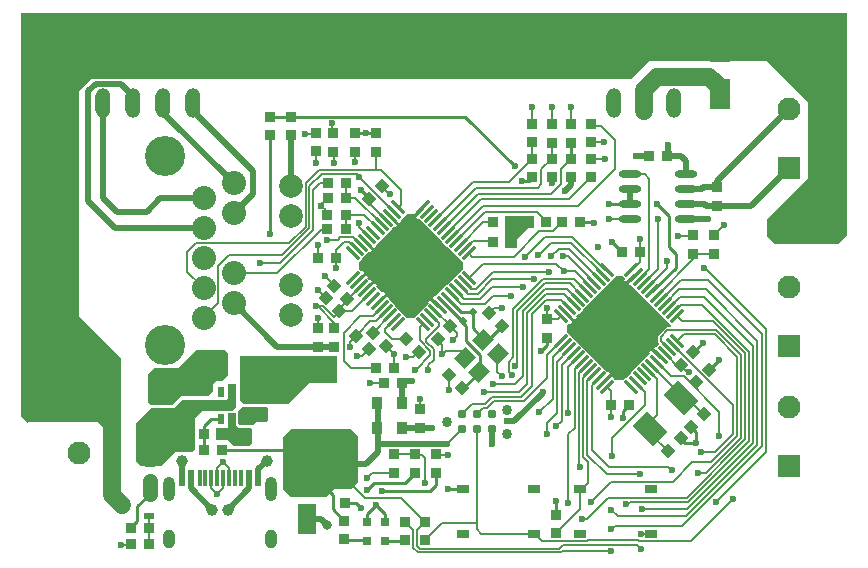
<source format=gtl>
G04*
G04 #@! TF.GenerationSoftware,Altium Limited,Altium Designer,19.1.8 (144)*
G04*
G04 Layer_Physical_Order=1*
G04 Layer_Color=255*
%FSLAX25Y25*%
%MOIN*%
G70*
G01*
G75*
%ADD10C,0.01000*%
%ADD15C,0.00600*%
%ADD53P,0.03062X4X90.0*%
%ADD54R,0.03543X0.03937*%
G04:AMPARAMS|DCode=55|XSize=11mil|YSize=58mil|CornerRadius=0mil|HoleSize=0mil|Usage=FLASHONLY|Rotation=135.000|XOffset=0mil|YOffset=0mil|HoleType=Round|Shape=Rectangle|*
%AMROTATEDRECTD55*
4,1,4,0.02439,0.01662,-0.01662,-0.02439,-0.02439,-0.01662,0.01662,0.02439,0.02439,0.01662,0.0*
%
%ADD55ROTATEDRECTD55*%

G04:AMPARAMS|DCode=56|XSize=11mil|YSize=58mil|CornerRadius=0mil|HoleSize=0mil|Usage=FLASHONLY|Rotation=225.000|XOffset=0mil|YOffset=0mil|HoleType=Round|Shape=Rectangle|*
%AMROTATEDRECTD56*
4,1,4,-0.01662,0.02439,0.02439,-0.01662,0.01662,-0.02439,-0.02439,0.01662,-0.01662,0.02439,0.0*
%
%ADD56ROTATEDRECTD56*%

%ADD57P,0.04733X4X90.0*%
%ADD58R,0.03347X0.03347*%
%ADD59R,0.02362X0.03543*%
%ADD60O,0.07480X0.02362*%
G04:AMPARAMS|DCode=61|XSize=66.93mil|YSize=94.49mil|CornerRadius=0mil|HoleSize=0mil|Usage=FLASHONLY|Rotation=45.000|XOffset=0mil|YOffset=0mil|HoleType=Round|Shape=Rectangle|*
%AMROTATEDRECTD61*
4,1,4,0.00974,-0.05707,-0.05707,0.00974,-0.00974,0.05707,0.05707,-0.00974,0.00974,-0.05707,0.0*
%
%ADD61ROTATEDRECTD61*%

G04:AMPARAMS|DCode=62|XSize=55.12mil|YSize=47.24mil|CornerRadius=0mil|HoleSize=0mil|Usage=FLASHONLY|Rotation=225.000|XOffset=0mil|YOffset=0mil|HoleType=Round|Shape=Rectangle|*
%AMROTATEDRECTD62*
4,1,4,0.00278,0.03619,0.03619,0.00278,-0.00278,-0.03619,-0.03619,-0.00278,0.00278,0.03619,0.0*
%
%ADD62ROTATEDRECTD62*%

%ADD63C,0.03100*%
%ADD64R,0.02362X0.05709*%
%ADD65R,0.01181X0.05709*%
%ADD66R,0.03543X0.02362*%
%ADD67R,0.03937X0.02953*%
%ADD68R,0.03347X0.03347*%
%ADD69P,0.04733X4X180.0*%
%ADD70R,0.03150X0.03150*%
%ADD71R,0.08661X0.06299*%
%ADD72R,0.06693X0.09843*%
%ADD73R,0.09843X0.06693*%
%ADD74R,0.06299X0.10236*%
%ADD75C,0.00800*%
%ADD76C,0.02000*%
%ADD77C,0.05000*%
%ADD78C,0.06000*%
%ADD79R,0.07677X0.07677*%
%ADD80C,0.07677*%
%ADD81O,0.05000X0.10000*%
%ADD82C,0.03400*%
%ADD83C,0.08000*%
%ADD84C,0.07874*%
%ADD85C,0.13386*%
%ADD86O,0.03937X0.06299*%
%ADD87O,0.03937X0.08268*%
%ADD88C,0.15000*%
%ADD89C,0.02362*%
%ADD90C,0.03937*%
%ADD91C,0.03150*%
G36*
X134455Y116021D02*
X131697Y113263D01*
X132439Y112521D01*
X132722Y112804D01*
X133783Y111743D01*
Y111743D01*
X134985Y110541D01*
X135197Y110329D01*
X136329Y109198D01*
Y109198D01*
X137955Y107571D01*
X137955D01*
X139157Y106369D01*
X139369Y106157D01*
X140571Y104955D01*
Y104955D01*
X142198Y103329D01*
X142198D01*
X143329Y102197D01*
X143541Y101985D01*
X144743Y100783D01*
X144743D01*
X146370Y99157D01*
Y99157D01*
X147300Y98226D01*
Y95774D01*
X146370Y94843D01*
Y94843D01*
X144743Y93217D01*
X144743D01*
X143329Y91803D01*
X142198Y90671D01*
X142198D01*
X140571Y89045D01*
Y89045D01*
X139157Y87631D01*
X138238Y86712D01*
X137955Y86994D01*
X137213Y86252D01*
X139970Y83494D01*
X139263Y82787D01*
X136505Y85545D01*
X135763Y84802D01*
X136046Y84520D01*
X134985Y83459D01*
X133783Y82257D01*
Y82257D01*
X132157Y80630D01*
X132157D01*
X131226Y79700D01*
X128774D01*
X127843Y80630D01*
X127843D01*
X126217Y82257D01*
Y82257D01*
X124803Y83671D01*
X123671Y84802D01*
Y84802D01*
X122540Y85934D01*
X122823Y86217D01*
X122080Y86959D01*
X119323Y84201D01*
X118616Y84908D01*
X121373Y87666D01*
X120631Y88409D01*
X120348Y88126D01*
X119429Y89045D01*
Y89045D01*
X118368Y90106D01*
X118651Y90389D01*
X117909Y91131D01*
X115151Y88373D01*
X114444Y89080D01*
X117201Y91838D01*
X116459Y92581D01*
X116176Y92298D01*
X115540Y92934D01*
X115823Y93217D01*
X115080Y93959D01*
X112322Y91202D01*
X111615Y91909D01*
X114373Y94666D01*
X113630Y95409D01*
X113348Y95126D01*
X112700Y95774D01*
X112700Y98226D01*
X113630Y99157D01*
Y99157D01*
X115257Y100783D01*
X115257D01*
X116176Y101702D01*
X116459Y101419D01*
X117201Y102162D01*
X114444Y104920D01*
X115151Y105627D01*
X117909Y102869D01*
X118651Y103611D01*
X118368Y103894D01*
X119429Y104955D01*
Y104955D01*
X120631Y106157D01*
X122045Y107571D01*
X122045D01*
X123671Y109198D01*
Y109198D01*
X124520Y110046D01*
X124803Y109763D01*
X125545Y110506D01*
X122787Y113263D01*
X123495Y113971D01*
X126252Y111213D01*
X126995Y111955D01*
X126712Y112238D01*
X127843Y113370D01*
X127843D01*
X128774Y114300D01*
X130660D01*
X130990Y113971D01*
X133748Y116728D01*
X134455Y116021D01*
D02*
G37*
G36*
X275591Y107191D02*
X272700Y104300D01*
X251300Y104300D01*
X248900Y106700D01*
X248900Y112500D01*
X262600Y126200D01*
Y151400D01*
X248900Y165100D01*
X209300D01*
X203500Y159300D01*
X23800D01*
X23700Y159400D01*
X19500Y155200D01*
Y80200D01*
X33500Y66200D01*
Y44900D01*
X3100D01*
X2800Y45200D01*
X2100Y44700D01*
X0Y46800D01*
Y180400D01*
Y181102D01*
X275591D01*
X275591Y107191D01*
D02*
G37*
G36*
X171000Y109500D02*
X169000Y109500D01*
X165500Y106000D01*
X165500Y103000D01*
X161500D01*
Y113500D01*
X171000D01*
Y109500D01*
D02*
G37*
G36*
X205298Y93678D02*
X202541Y90920D01*
X203283Y90178D01*
X203566Y90460D01*
X204485Y89541D01*
X204697Y89329D01*
X205829Y88198D01*
D01*
X207455Y86571D01*
X207455Y86571D01*
X208657Y85369D01*
X208869Y85157D01*
X210071Y83955D01*
D01*
X211698Y82329D01*
X211698Y82329D01*
X212829Y81197D01*
X213041Y80985D01*
X214243Y79783D01*
X214243Y79783D01*
X215869Y78157D01*
D01*
X216800Y77226D01*
Y76418D01*
X215600D01*
X215249Y76348D01*
X214951Y76149D01*
X212751Y73949D01*
X212552Y73651D01*
X212482Y73300D01*
Y71858D01*
X212552Y71507D01*
X212751Y71209D01*
X212993Y70967D01*
X212829Y70803D01*
X211980Y69954D01*
X211698Y70237D01*
X210955Y69495D01*
X213713Y66737D01*
X213006Y66030D01*
X210248Y68787D01*
X209506Y68045D01*
X209788Y67762D01*
X208657Y66631D01*
X207455Y65429D01*
X207455Y65429D01*
X205829Y63802D01*
D01*
X204485Y62459D01*
X203283Y61257D01*
D01*
X201657Y59631D01*
X201657Y59631D01*
X200826Y58800D01*
X198174D01*
X197626Y59348D01*
X197909Y59631D01*
X197167Y60373D01*
X194409Y57615D01*
X193702Y58322D01*
X196459Y61080D01*
X195717Y61822D01*
X195434Y61540D01*
X194303Y62671D01*
X193171Y63802D01*
D01*
X191545Y65429D01*
X191545Y65429D01*
X190131Y66843D01*
X188929Y68045D01*
D01*
X187302Y69671D01*
X187302Y69671D01*
X185959Y71015D01*
X184757Y72217D01*
X184757Y72217D01*
X183131Y73843D01*
D01*
X182200Y74774D01*
Y77226D01*
X182848Y77874D01*
X183131Y77591D01*
X183873Y78333D01*
X181115Y81091D01*
X181822Y81798D01*
X184580Y79040D01*
X185322Y79783D01*
X185040Y80066D01*
X185959Y80985D01*
X187302Y82329D01*
X187302Y82329D01*
X188929Y83955D01*
D01*
X190131Y85157D01*
X191545Y86571D01*
X191545Y86571D01*
X193171Y88198D01*
D01*
X194303Y89329D01*
X195717Y90743D01*
D01*
X197343Y92370D01*
X197343Y92370D01*
X198374Y93400D01*
X200626D01*
X201374Y92652D01*
X201091Y92370D01*
X201834Y91627D01*
X204591Y94385D01*
X205298Y93678D01*
D02*
G37*
G36*
X105500Y58000D02*
X96500D01*
X89233Y50733D01*
X74508D01*
X73000Y52241D01*
Y67000D01*
X105500D01*
Y58000D01*
D02*
G37*
G36*
X69000Y68000D02*
Y60500D01*
X67000Y58500D01*
X65000D01*
X64000Y57500D01*
X64000Y55000D01*
X62500Y53500D01*
X53500Y53500D01*
X50500Y50500D01*
X43500D01*
X42500Y51500D01*
X42500Y61000D01*
X44500Y63000D01*
X52500D01*
X58500Y69000D01*
X68000D01*
X69000Y68000D01*
D02*
G37*
G36*
X82500Y49500D02*
Y45500D01*
X82000Y45000D01*
X78500D01*
X77300Y43800D01*
X73200D01*
X72500Y44500D01*
X72500Y48500D01*
X74000Y50000D01*
X82000D01*
X82500Y49500D01*
D02*
G37*
G36*
X71900Y43800D02*
X72700Y43000D01*
X76500D01*
X77000Y42500D01*
X77000Y38000D01*
X76000Y37000D01*
X71000Y37000D01*
X69000Y39000D01*
X65000Y39000D01*
Y43000D01*
X69100D01*
Y48000D01*
X71900D01*
X71900Y43800D01*
D02*
G37*
G36*
X71800Y57500D02*
X71800Y49800D01*
X70700Y48700D01*
X60450Y48700D01*
X58000Y46250D01*
X58000Y41750D01*
Y36000D01*
X57000Y35000D01*
X51500D01*
X46800Y30300D01*
X40000Y30300D01*
X38500Y31800D01*
X38500Y44500D01*
X43500Y49500D01*
X51000Y49500D01*
X53800Y52300D01*
X68800D01*
X69250Y52750D01*
X69250Y57500D01*
X71800Y57500D01*
D02*
G37*
G36*
X112500Y40000D02*
Y25000D01*
X110000Y22500D01*
X104500D01*
X102000Y20000D01*
X90000D01*
X87500Y22500D01*
Y40000D01*
X90000Y42500D01*
X110000D01*
X112500Y40000D01*
D02*
G37*
D10*
X147615Y56215D02*
X152875Y61475D01*
X147030Y56215D02*
X147615D01*
X150626Y76106D02*
X154400Y72333D01*
Y73119D01*
X154431Y73088D01*
X156703D01*
X160357Y76743D01*
X150626Y76106D02*
Y81626D01*
X146788D02*
X150626D01*
X142445Y85969D02*
X146788Y81626D01*
X153200Y64434D02*
Y67100D01*
X152875Y64109D02*
X153200Y64434D01*
X152875Y61475D02*
Y64109D01*
X148500Y71800D02*
X153200Y67100D01*
X148500Y71800D02*
Y76757D01*
X147374Y77883D02*
X148500Y76757D01*
X147374Y77883D02*
Y78374D01*
X147212D02*
X147374D01*
X141031Y84555D02*
X147212Y78374D01*
X36749Y9700D02*
Y9849D01*
Y8700D02*
Y9700D01*
X38900Y12000D02*
Y16913D01*
X36749Y9849D02*
X38900Y12000D01*
X108349Y5449D02*
X115402D01*
X106700Y6149D02*
X107900D01*
Y5898D02*
X108349Y5449D01*
X104000Y15900D02*
X107900Y12000D01*
X219400Y40000D02*
X221400Y38000D01*
X222942Y43543D02*
X225100Y41385D01*
X221400Y38000D02*
X225100D01*
Y41385D01*
X113600Y122100D02*
X116080Y119620D01*
X115000Y141051D02*
X118600D01*
X111400D02*
X115000D01*
X116080Y119080D02*
Y119620D01*
X148219Y146681D02*
X164700Y130200D01*
X90130Y146681D02*
X148219D01*
X90000Y146551D02*
X90130Y146681D01*
X111851Y17949D02*
X113500Y16300D01*
X118400Y17200D02*
X121500Y14100D01*
X115500Y14300D02*
X118400Y17200D01*
X142500Y22464D02*
X146860D01*
X147119Y22723D01*
X142300Y22664D02*
X142500Y22464D01*
X147119Y22723D02*
X147378Y22464D01*
X138500Y23900D02*
Y28000D01*
X136600Y22000D02*
X138500Y23900D01*
X120300Y22000D02*
X136600D01*
X38900Y16913D02*
X41656Y19669D01*
Y20259D01*
X42337Y20940D01*
X42928D01*
X227400Y71300D02*
Y71319D01*
X224257Y68158D02*
X227400Y71300D01*
X229457Y62357D02*
X232700Y65600D01*
Y65637D01*
X200800Y46300D02*
Y48600D01*
X202800Y50600D01*
X173500Y68700D02*
X175300Y70500D01*
Y72998D01*
X83100Y107600D02*
Y140349D01*
X83000Y140449D02*
X83100Y140349D01*
X196000Y117500D02*
X203248D01*
X216000Y103200D02*
Y113400D01*
X212000Y117400D02*
X216000Y113400D01*
Y103200D02*
X218300Y100900D01*
Y96214D02*
Y100900D01*
X210531Y88445D02*
X218300Y96214D01*
X167200Y125300D02*
X167209Y125309D01*
X169360D01*
X170500Y126449D01*
X108000Y17949D02*
X111851D01*
X117800Y24500D02*
X128051D01*
X115600Y22300D02*
X117800Y24500D01*
X83000Y146551D02*
X90000D01*
X178400Y13951D02*
Y18600D01*
X223657Y67558D02*
X224257Y68158D01*
X197049Y104900D02*
X200349Y101600D01*
X223557Y67558D02*
X223657D01*
X115500Y11650D02*
Y14300D01*
X121500Y11650D02*
Y14100D01*
X128051Y24500D02*
X131500Y27949D01*
X186551Y111500D02*
X190400D01*
X67051Y35500D02*
X91500D01*
X94000Y33000D01*
X104000Y15900D02*
Y20500D01*
X63472Y45972D02*
X66760D01*
X60949Y43449D02*
X63472Y45972D01*
X60949Y41000D02*
Y43449D01*
X115402Y5449D02*
X115500Y5350D01*
X121500D02*
X127902D01*
X128000Y5449D01*
X95500Y26587D02*
X97913D01*
X104000Y20500D01*
X183500Y132500D02*
Y137449D01*
X60949Y35500D02*
Y41000D01*
D15*
X100232Y116944D02*
Y117421D01*
X100976Y118165D01*
Y118327D01*
X102349Y119700D01*
X100232Y116944D02*
X101704Y115472D01*
Y114445D02*
Y115472D01*
Y114445D02*
X102249Y113900D01*
X112900Y126687D02*
X124555Y115031D01*
X112005Y127581D02*
X112900Y126687D01*
X87197Y100500D02*
X96200Y109503D01*
Y123400D02*
X100381Y127581D01*
X96200Y109503D02*
Y123400D01*
X86394Y98000D02*
X97400Y109006D01*
Y122100D02*
X99800Y124500D01*
X97400Y109006D02*
Y122100D01*
X95000Y110000D02*
Y124500D01*
X99281Y128781D01*
X221100Y60100D02*
X232900Y48300D01*
Y40300D02*
Y48300D01*
X112343Y74343D02*
X116500Y78500D01*
X112343Y73158D02*
Y74343D01*
X116500Y78500D02*
X118430D01*
X106600Y106400D02*
X110842D01*
X105800Y105600D02*
X106600Y106400D01*
X102100Y105600D02*
X105800D01*
X109414Y105000D02*
X111969Y102445D01*
X107900Y105000D02*
X109414D01*
X105102Y102202D02*
X107900Y105000D01*
X115500Y118500D02*
X121727Y112273D01*
X105102Y99600D02*
Y102202D01*
X105151Y96049D02*
Y99600D01*
X112900Y109857D02*
Y111300D01*
Y109857D02*
X116141Y106617D01*
X111543Y119700D02*
X120383Y110859D01*
X108451Y119700D02*
X111543D01*
X110842Y106400D02*
X113383Y103859D01*
X99281Y128781D02*
X118500D01*
X98500Y134949D02*
X98600Y135049D01*
X98500Y131100D02*
Y134949D01*
X79900Y98000D02*
X86394D01*
X85500Y94500D02*
X100027Y109027D01*
X71000Y94500D02*
X85500D01*
X100027Y109027D02*
X102076D01*
X102249Y109200D01*
X99800Y124500D02*
X102349D01*
X69500Y100500D02*
X87197D01*
X65900Y96900D02*
X69500Y100500D01*
X108351Y113900D02*
X114514D01*
X118969Y109445D01*
X108351Y109200D02*
Y113900D01*
X108451Y120000D02*
Y124500D01*
X89500Y104500D02*
X95000Y110000D01*
X100381Y127581D02*
X112005D01*
X111400Y131600D02*
Y134949D01*
X118500Y128781D02*
X120219D01*
X118500D02*
X118600Y128881D01*
Y134949D01*
X120219Y128781D02*
X126800Y122200D01*
Y117276D02*
Y122200D01*
X125899Y116375D02*
X126800Y117276D01*
X104100Y134949D02*
X104400Y134649D01*
Y131300D02*
Y134649D01*
X181100Y95100D02*
X184743D01*
X154057Y97581D02*
X178581D01*
X181062Y95100D01*
X181100D01*
X184743D02*
X189783Y90059D01*
X153596Y7677D02*
X171423D01*
X143013Y77057D02*
X143257D01*
X145415Y88444D02*
Y88727D01*
X146723Y89823D02*
Y90247D01*
X148102Y91272D02*
Y91555D01*
X132308Y1400D02*
X180047D01*
X180547Y1900D01*
X130827Y2881D02*
X132308Y1400D01*
X179550Y2600D02*
X180926Y3976D01*
X133088Y2600D02*
X179550D01*
X132227Y3461D02*
X133088Y2600D01*
X228000Y96300D02*
X248300Y76000D01*
X227700Y96300D02*
X228000D01*
X173824Y5276D02*
X188794D01*
X171423Y7677D02*
X173824Y5276D01*
X152000Y9273D02*
X153596Y7677D01*
X152000Y9273D02*
Y11200D01*
Y42500D01*
X140551Y11200D02*
X152000D01*
X134900Y5549D02*
X140551Y11200D01*
X157466Y95000D02*
X176000D01*
X148102Y91272D02*
X150215Y89159D01*
X148031Y91555D02*
X148102D01*
X148987Y87559D02*
X152288D01*
X146617Y90141D02*
X146723Y90247D01*
X157500Y87000D02*
X163500D01*
X154859Y84359D02*
X157500Y87000D01*
X138273Y81542D02*
Y81797D01*
X137700Y65700D02*
Y69197D01*
X151625Y89159D02*
X157466Y95000D01*
X152951Y85959D02*
X156991Y90000D01*
X133000Y76524D02*
X134101Y77625D01*
X139500Y77000D02*
Y77742D01*
X131500Y62057D02*
X131722Y62278D01*
X136500Y67057D01*
X145203Y88727D02*
X145415D01*
X133000Y72200D02*
X136500Y68700D01*
X135800Y63800D02*
X137700Y65700D01*
X146883Y84359D02*
X154859D01*
X135200Y71697D02*
Y72700D01*
X156991Y90000D02*
X167500D01*
X136500Y67057D02*
Y68700D01*
X157229Y92500D02*
X171000D01*
X146723Y89823D02*
X148987Y87559D01*
X147900Y85959D02*
X152951D01*
X135200Y72700D02*
X139500Y77000D01*
X131722Y62278D02*
X131722D01*
X145415Y88444D02*
X147900Y85959D01*
X133000Y72200D02*
Y76524D01*
X135800Y62100D02*
Y63800D01*
X143859Y87383D02*
X146883Y84359D01*
X135200Y71697D02*
X137700Y69197D01*
X152288Y87559D02*
X157229Y92500D01*
X150215Y89159D02*
X151625D01*
X136859Y80383D02*
X139500Y77742D01*
X174800Y106700D02*
X183730D01*
X168050Y99950D02*
X174800Y106700D01*
X168050Y99950D02*
X168050D01*
X195838Y3981D02*
X205519D01*
X206800Y2700D01*
X206900Y7700D02*
X210077D01*
X210100Y7677D01*
X206140Y5301D02*
X223301D01*
X206060Y5381D02*
X206140Y5301D01*
X188900Y5381D02*
X206060D01*
X223301Y5301D02*
X237300Y19300D01*
X180926Y3976D02*
X195833D01*
X195838Y3981D01*
X188794Y5276D02*
X188900Y5381D01*
X180547Y1900D02*
X196600D01*
X130827Y2881D02*
Y8724D01*
X128000Y11551D02*
X130827Y8724D01*
X132227Y8978D02*
X134900Y11651D01*
X132227Y3461D02*
Y8978D01*
X248300Y34800D02*
Y76000D01*
X196900Y25000D02*
X217350D01*
X190000Y18100D02*
X196900Y25000D01*
X217350D02*
X223850Y31500D01*
X231800Y18300D02*
X248300Y34800D01*
X225800Y27900D02*
X228362D01*
X231400Y34800D02*
X237500Y40900D01*
X226800Y34800D02*
X231400D01*
X228362Y27900D02*
X240100Y39639D01*
X237500Y40900D02*
Y50534D01*
X217531Y70503D02*
X237500Y50534D01*
X217531Y70503D02*
Y70555D01*
X213400Y73300D02*
X215600Y75500D01*
X213400Y71858D02*
Y73300D01*
Y71858D02*
X216117Y69141D01*
X215600Y75500D02*
X231838D01*
X240100Y39639D02*
Y67238D01*
X231838Y75500D02*
X240100Y67238D01*
X216117Y69141D02*
X216471D01*
X215500Y96243D02*
Y98600D01*
X209117Y89859D02*
X215500Y96243D01*
X143257Y76842D02*
X145400Y74700D01*
X143257Y76842D02*
Y76858D01*
X138273Y81797D02*
X143013Y77057D01*
X182542Y100200D02*
X191056Y91686D01*
X182658Y102700D02*
X192541Y92817D01*
X183486Y104700D02*
X193955Y94231D01*
X99100Y83400D02*
X100915D01*
X98500D02*
X99100D01*
X104500Y78000D01*
X100915Y83400D02*
X104315Y80000D01*
X107700Y65300D02*
Y74700D01*
X109800Y70000D02*
Y71615D01*
X107700Y65300D02*
X110000Y63000D01*
X107700Y74700D02*
X113100Y80100D01*
X109800Y71615D02*
X111843Y73658D01*
X211945Y87031D02*
X224000Y99086D01*
X145400Y73700D02*
Y74700D01*
X144000Y72300D02*
X145400Y73700D01*
X216814Y60100D02*
X221100D01*
X211945Y64969D02*
X216814Y60100D01*
X224000Y99086D02*
Y100949D01*
X231000D01*
X191056Y91403D02*
Y91686D01*
X172400Y100700D02*
X172900D01*
X176900Y104700D01*
X183730Y106700D02*
X194855Y95575D01*
X195299D01*
X149375Y92899D02*
X154057Y97581D01*
X121727Y112203D02*
Y112273D01*
X109084Y85843D02*
X113383Y90141D01*
X108658Y85843D02*
X109084D01*
X121500Y75000D02*
Y75914D01*
X124555Y78969D01*
X121500Y75000D02*
X123843Y72658D01*
X128342D01*
X118430Y78500D02*
X121727Y81797D01*
X117416Y74657D02*
X123141Y80383D01*
X117342Y74657D02*
X117416D01*
X117343Y80100D02*
X120383Y83141D01*
X104500Y76051D02*
Y78000D01*
X104315Y80000D02*
X106158Y81842D01*
X108658Y85158D02*
Y85843D01*
X106158Y82657D02*
X108658Y85158D01*
X106158Y81842D02*
Y82657D01*
X132949Y43000D02*
X133000Y42949D01*
X191056Y91403D02*
X191127D01*
X176900Y104700D02*
X183486D01*
X179400Y102700D02*
X182658D01*
X180900Y100200D02*
X182542D01*
X176900D02*
X179400Y102700D01*
X110000Y63000D02*
X118449D01*
X106158Y81842D02*
X110600D01*
X116141Y87383D01*
X113100Y80100D02*
X117343D01*
X61000Y79500D02*
X65900Y84400D01*
Y96900D01*
X55500Y95000D02*
X61000Y89500D01*
X55500Y95000D02*
Y101500D01*
X58500Y104500D01*
X89500D01*
D53*
X147374Y78374D02*
D03*
X150626Y81626D02*
D03*
D54*
X118866Y51200D02*
D03*
X127134D02*
D03*
X118866Y42800D02*
D03*
X127134D02*
D03*
D55*
X135445Y115031D02*
D03*
X134101Y116375D02*
D03*
X136859Y113617D02*
D03*
X138273Y112203D02*
D03*
X139617Y110859D02*
D03*
X141031Y109445D02*
D03*
X142445Y108031D02*
D03*
X143859Y106617D02*
D03*
X145203Y105273D02*
D03*
X146617Y103859D02*
D03*
X148031Y102445D02*
D03*
X149375Y101101D02*
D03*
X125899Y77625D02*
D03*
X124555Y78969D02*
D03*
X123141Y80383D02*
D03*
X121727Y81797D02*
D03*
X120383Y83141D02*
D03*
X118969Y84555D02*
D03*
X117555Y85969D02*
D03*
X116141Y87383D02*
D03*
X114797Y88727D02*
D03*
X113383Y90141D02*
D03*
X111969Y91555D02*
D03*
X110625Y92899D02*
D03*
X194055Y57969D02*
D03*
X195399Y56625D02*
D03*
X192641Y59383D02*
D03*
X191227Y60797D02*
D03*
X189883Y62141D02*
D03*
X188469Y63555D02*
D03*
X187055Y64969D02*
D03*
X185641Y66383D02*
D03*
X184297Y67727D02*
D03*
X182883Y69141D02*
D03*
X181469Y70555D02*
D03*
X180125Y71899D02*
D03*
X203601Y95375D02*
D03*
X204945Y94031D02*
D03*
X206359Y92617D02*
D03*
X207773Y91203D02*
D03*
X209117Y89859D02*
D03*
X210531Y88445D02*
D03*
X211945Y87031D02*
D03*
X213359Y85617D02*
D03*
X214703Y84273D02*
D03*
X216117Y82859D02*
D03*
X217531Y81445D02*
D03*
X218875Y80101D02*
D03*
D56*
X149375Y92899D02*
D03*
X148031Y91555D02*
D03*
X146617Y90141D02*
D03*
X145203Y88727D02*
D03*
X143859Y87383D02*
D03*
X142445Y85969D02*
D03*
X141031Y84555D02*
D03*
X139617Y83141D02*
D03*
X138273Y81797D02*
D03*
X136859Y80383D02*
D03*
X135445Y78969D02*
D03*
X134101Y77625D02*
D03*
X110625Y101101D02*
D03*
X111969Y102445D02*
D03*
X113383Y103859D02*
D03*
X114797Y105273D02*
D03*
X116141Y106617D02*
D03*
X117555Y108031D02*
D03*
X118969Y109445D02*
D03*
X120383Y110859D02*
D03*
X121727Y112203D02*
D03*
X123141Y113617D02*
D03*
X124555Y115031D02*
D03*
X125899Y116375D02*
D03*
X180125Y80101D02*
D03*
X181469Y81445D02*
D03*
X182883Y82859D02*
D03*
X184297Y84273D02*
D03*
X185641Y85617D02*
D03*
X187055Y87031D02*
D03*
X188469Y88445D02*
D03*
X189883Y89859D02*
D03*
X191227Y91203D02*
D03*
X192641Y92617D02*
D03*
X194055Y94031D02*
D03*
X195399Y95375D02*
D03*
X218875Y71899D02*
D03*
X217531Y70555D02*
D03*
X216117Y69141D02*
D03*
X214703Y67727D02*
D03*
X213359Y66383D02*
D03*
X211945Y64969D02*
D03*
X210531Y63555D02*
D03*
X209117Y62141D02*
D03*
X207773Y60797D02*
D03*
X206359Y59383D02*
D03*
X204945Y57969D02*
D03*
X203601Y56625D02*
D03*
D57*
X116080Y119080D02*
D03*
X120396Y123396D02*
D03*
X223443Y43143D02*
D03*
X227758Y47458D02*
D03*
X220158Y39557D02*
D03*
X215843Y35243D02*
D03*
X225143Y58043D02*
D03*
X229457Y62357D02*
D03*
X219942Y63842D02*
D03*
X224257Y68158D02*
D03*
X143257Y76858D02*
D03*
X138943Y72543D02*
D03*
D58*
X42851Y9700D02*
D03*
X36749D02*
D03*
X102349Y119700D02*
D03*
X108451D02*
D03*
X108351Y113900D02*
D03*
X102249D02*
D03*
X42851Y4200D02*
D03*
X36749D02*
D03*
X186551Y111500D02*
D03*
X180449D02*
D03*
X163551Y105000D02*
D03*
X157449D02*
D03*
X163551Y111500D02*
D03*
X157449D02*
D03*
X168949D02*
D03*
X175051D02*
D03*
X60949Y41000D02*
D03*
X67051D02*
D03*
X60949Y35500D02*
D03*
X67051D02*
D03*
X215551Y133500D02*
D03*
X209449D02*
D03*
X108451Y124500D02*
D03*
X102349D02*
D03*
X196698Y50600D02*
D03*
X202800D02*
D03*
X206451Y101600D02*
D03*
X200349D02*
D03*
X105151Y99600D02*
D03*
X99049D02*
D03*
X118449Y63000D02*
D03*
X124551D02*
D03*
X108351Y109200D02*
D03*
X102249D02*
D03*
X127051Y58000D02*
D03*
X120949D02*
D03*
D59*
X74240Y55028D02*
D03*
X70500D02*
D03*
X66760D02*
D03*
Y45972D02*
D03*
X70500D02*
D03*
X74240D02*
D03*
D60*
X203248Y127500D02*
D03*
Y122500D02*
D03*
Y117500D02*
D03*
Y112500D02*
D03*
X221752Y127500D02*
D03*
Y122500D02*
D03*
Y117500D02*
D03*
Y112500D02*
D03*
D61*
X220050Y52950D02*
D03*
X209750Y42650D02*
D03*
D62*
X159000Y67600D02*
D03*
X152875Y61475D02*
D03*
X154267Y72333D02*
D03*
X148143Y66208D02*
D03*
D63*
X152000Y47500D02*
D03*
X157000Y42500D02*
D03*
X152000D02*
D03*
X147000Y47500D02*
D03*
Y42500D02*
D03*
X157000Y47500D02*
D03*
D64*
X53803Y26059D02*
D03*
X76146D02*
D03*
X56854D02*
D03*
X79197D02*
D03*
D65*
X59610D02*
D03*
X61579D02*
D03*
X69453D02*
D03*
X65516D02*
D03*
X67484D02*
D03*
X63547D02*
D03*
X71421D02*
D03*
X73390D02*
D03*
D66*
X33872Y17200D02*
D03*
X42928Y20940D02*
D03*
Y13460D02*
D03*
D67*
X171000Y7700D02*
D03*
Y22464D02*
D03*
X147378Y7700D02*
D03*
Y22464D02*
D03*
X210100Y7677D02*
D03*
Y22441D02*
D03*
X186478Y7677D02*
D03*
Y22441D02*
D03*
D68*
X118600Y141051D02*
D03*
Y134949D02*
D03*
X111400Y141051D02*
D03*
Y134949D02*
D03*
X83000Y146551D02*
D03*
Y140449D02*
D03*
X232000Y123051D02*
D03*
Y116949D02*
D03*
X107900Y12000D02*
D03*
Y5898D02*
D03*
X124500Y27949D02*
D03*
Y34051D02*
D03*
X131500Y27949D02*
D03*
Y34051D02*
D03*
X138500Y28000D02*
D03*
Y34102D02*
D03*
X134900Y11651D02*
D03*
Y5549D02*
D03*
X231000Y100949D02*
D03*
Y107051D02*
D03*
X178400Y7849D02*
D03*
Y13951D02*
D03*
X128000Y5449D02*
D03*
Y11551D02*
D03*
X224000Y107051D02*
D03*
Y100949D02*
D03*
X104100Y134949D02*
D03*
Y141051D02*
D03*
X190000Y138049D02*
D03*
Y144151D02*
D03*
Y132551D02*
D03*
Y126449D02*
D03*
X104500Y76051D02*
D03*
Y69949D02*
D03*
X183500Y137949D02*
D03*
Y144051D02*
D03*
X177000Y137949D02*
D03*
Y144051D02*
D03*
X170500Y138049D02*
D03*
Y144151D02*
D03*
X90000Y146551D02*
D03*
Y140449D02*
D03*
X183500Y126398D02*
D03*
Y132500D02*
D03*
X177000Y126398D02*
D03*
Y132500D02*
D03*
X170500Y126449D02*
D03*
Y132551D02*
D03*
X43000Y25349D02*
D03*
Y31451D02*
D03*
X99000Y76051D02*
D03*
Y69949D02*
D03*
X60500Y50398D02*
D03*
Y56500D02*
D03*
X98600Y141151D02*
D03*
Y135049D02*
D03*
X175300Y79100D02*
D03*
Y72998D02*
D03*
X133000Y42949D02*
D03*
Y49051D02*
D03*
X108000Y24051D02*
D03*
Y17949D02*
D03*
X80000Y47449D02*
D03*
Y53551D02*
D03*
D69*
X128342Y72658D02*
D03*
X132658Y68343D02*
D03*
X111843Y73658D02*
D03*
X116157Y69342D02*
D03*
X106158Y81842D02*
D03*
X101842Y86158D02*
D03*
X108658Y85843D02*
D03*
X104342Y90158D02*
D03*
X117342Y74657D02*
D03*
X121658Y70342D02*
D03*
X142715Y60530D02*
D03*
X147030Y56215D02*
D03*
X156043Y81058D02*
D03*
X160357Y76743D02*
D03*
D70*
X115500Y11650D02*
D03*
Y5350D02*
D03*
X121500Y11650D02*
D03*
Y5350D02*
D03*
D71*
X100000Y36902D02*
D03*
Y62098D02*
D03*
D72*
X233000Y154126D02*
D03*
Y169874D02*
D03*
D73*
X62500Y63000D02*
D03*
X78248D02*
D03*
D74*
X95500Y12413D02*
D03*
Y26587D02*
D03*
X47000Y56087D02*
D03*
Y41913D02*
D03*
D75*
X156043Y81058D02*
X157885Y82900D01*
X160400D01*
X158822Y61678D02*
Y64446D01*
X158722Y64547D02*
X158822Y64446D01*
X158722Y64547D02*
Y67322D01*
X159000Y67600D01*
X158822Y61678D02*
X160400Y60100D01*
X164181Y66381D02*
Y82597D01*
X162659Y64859D02*
X164181Y66381D01*
X162659Y61541D02*
Y64859D01*
Y61541D02*
X163700Y60500D01*
X157400Y57600D02*
X164800D01*
X167400Y60200D01*
X164841Y63923D02*
X165581Y64663D01*
X164841Y63500D02*
Y63923D01*
X167400Y60200D02*
Y81856D01*
X168800Y57600D02*
Y81276D01*
X166100Y54900D02*
X168800Y57600D01*
X154450Y54900D02*
X166100D01*
X182600Y47900D02*
Y63343D01*
X206500Y98344D02*
Y105800D01*
X107100Y27300D02*
X114700Y19700D01*
X99000Y99649D02*
Y103800D01*
Y99649D02*
X99049Y99600D01*
X122891Y120900D02*
X123100D01*
X120396Y123396D02*
X122891Y120900D01*
X103900Y141251D02*
X104100Y141051D01*
X103900Y141251D02*
Y144400D01*
X98449Y141000D02*
X98600Y141151D01*
X94800Y141000D02*
X98449D01*
X174185Y92600D02*
X184414D01*
X183056Y91200D02*
X186884Y87372D01*
X174764Y91200D02*
X183056D01*
X124500Y67500D02*
X124551Y67449D01*
Y63000D02*
Y67449D01*
X142673Y60572D02*
X142715Y60530D01*
X142673Y55673D02*
Y60572D01*
X139652Y110824D02*
X151828Y123000D01*
X142516Y108031D02*
Y108172D01*
X190000Y143551D02*
X193449D01*
X172051Y115000D02*
X175551Y111500D01*
X150837Y105250D02*
X157699D01*
X204845Y58169D02*
X208100Y54914D01*
X196600Y1900D02*
X196700Y2000D01*
X178400Y7800D02*
X186478Y15878D01*
X33500Y3800D02*
X36349D01*
X36749Y4200D01*
X175300Y79100D02*
X179124D01*
X154243Y117000D02*
X185878D01*
X143859Y106617D02*
X154243Y117000D01*
X186081Y30842D02*
Y61200D01*
Y30842D02*
X186600Y30323D01*
Y29900D02*
Y30323D01*
X184681Y42981D02*
Y62595D01*
X182600Y40900D02*
X184681Y42981D01*
X190400Y35700D02*
Y57100D01*
X192641Y59341D01*
Y59383D01*
X188881Y34019D02*
X188900Y34038D01*
Y58500D01*
X191197Y60797D01*
X191227D01*
X187481Y33219D02*
Y59633D01*
X189883Y62035D01*
Y62141D01*
X186081Y61200D02*
X188436Y63555D01*
X188469D01*
X184681Y62595D02*
X187055Y64969D01*
X134900Y24700D02*
Y32900D01*
X133905Y33895D02*
X134900Y32900D01*
X170500Y80996D02*
X175084Y85580D01*
X180162D01*
X182883Y82859D01*
X149375Y101101D02*
X149410D01*
X63547Y22953D02*
X65500Y21000D01*
X67484Y22984D01*
Y26059D01*
X63547Y22953D02*
Y26059D01*
X42851Y13384D02*
X42928Y13460D01*
X42851Y8700D02*
Y13384D01*
Y4200D02*
Y8700D01*
X128300Y66400D02*
X130715D01*
X132658Y68343D01*
X190014Y132565D02*
X194735D01*
X190000Y132551D02*
X190014Y132565D01*
X170600Y143651D02*
Y150000D01*
X170500Y143551D02*
X170600Y143651D01*
X193801Y138100D02*
X194502D01*
X194152Y137749D02*
X194502Y138100D01*
X193449Y143551D02*
X198200Y138800D01*
Y129323D02*
Y138800D01*
X185878Y117000D02*
X198200Y129323D01*
X193750Y138049D02*
X193801Y138100D01*
X190600Y138049D02*
X193750D01*
X190000Y137449D02*
X190600Y138049D01*
X190000D02*
X190600D01*
X183500Y143551D02*
Y150000D01*
X177000Y143551D02*
Y150000D01*
X172907Y108427D02*
X177376D01*
X164480Y100000D02*
X172907Y108427D01*
X231000Y107051D02*
X234449Y110500D01*
X244200Y37940D02*
Y70300D01*
X227900Y86600D02*
X244200Y70300D01*
X227257Y83900D02*
X242800Y68357D01*
X219987Y83900D02*
X227257D01*
X217531Y81445D02*
X219987Y83900D01*
X230677Y78500D02*
X241400Y67777D01*
X220476Y78500D02*
X230677D01*
X218875Y80101D02*
X220476Y78500D01*
X219858Y86600D02*
X227900D01*
X216117Y82859D02*
X219858Y86600D01*
X219530Y89100D02*
X228300D01*
X214703Y84273D02*
X219530Y89100D01*
X228300D02*
X245600Y71800D01*
Y37360D02*
Y71800D01*
X219943Y92200D02*
X229000D01*
X247000Y36780D02*
Y74200D01*
X229000Y92200D02*
X247000Y74200D01*
X213359Y85617D02*
X219943Y92200D01*
X195800Y19700D02*
X222000D01*
X188684Y12584D02*
X195800Y19700D01*
X187084Y12584D02*
X188684D01*
X187000Y12500D02*
X187084Y12584D01*
X182600Y17800D02*
Y40900D01*
X195300Y27600D02*
X206500D01*
X196100Y30000D02*
X215750D01*
X216850Y28900D01*
X188881Y34019D02*
X195300Y27600D01*
X223850Y31500D02*
X230000D01*
X222000Y19700D02*
X241400Y39100D01*
X222580Y18300D02*
X242800Y38520D01*
X222060Y15800D02*
X244200Y37940D01*
X221740Y13500D02*
X245600Y37360D01*
X220373Y10153D02*
X247000Y36780D01*
X203123Y18300D02*
X222580D01*
X242800Y38520D02*
Y68357D01*
X207100Y15800D02*
X222060D01*
X241400Y39100D02*
Y67777D01*
X199100Y13500D02*
X221740D01*
X197953Y10153D02*
X220373D01*
X196700Y15700D02*
X196900D01*
X201900Y17500D02*
X202323D01*
X196900Y15700D02*
X199100Y13500D01*
X202323Y17500D02*
X203123Y18300D01*
X190400Y35700D02*
X196100Y30000D01*
X216850Y28900D02*
X217000D01*
X186478Y15878D02*
Y22441D01*
X178400Y6800D02*
Y7800D01*
X230000Y31500D02*
X238800Y40300D01*
X196700Y9300D02*
X197100D01*
X197953Y10153D01*
X197200Y33400D02*
Y39615D01*
X238800Y40300D02*
Y66700D01*
X231300Y74200D02*
X238800Y66700D01*
X221176Y74200D02*
X231300D01*
X218875Y71899D02*
X221176Y74200D01*
X222185Y61600D02*
X222793D01*
X197200Y39615D02*
X208100Y50516D01*
Y54914D01*
X182600Y63343D02*
X185641Y66383D01*
X178500Y43500D02*
X180300Y45300D01*
X175600Y44700D02*
X178700Y47800D01*
X175600Y40800D02*
Y44700D01*
X180300Y45300D02*
Y63730D01*
X178700Y47800D02*
Y64958D01*
X187481Y33219D02*
X189200Y31500D01*
X172900Y48100D02*
X177300Y52500D01*
Y66386D01*
X140500Y67500D02*
Y70699D01*
X138943Y72257D02*
X140500Y70699D01*
X138943Y72257D02*
Y72543D01*
X177300Y66386D02*
X181469Y70555D01*
X167866Y51750D02*
X175500Y59385D01*
X170500Y56900D02*
Y80996D01*
X166750Y53150D02*
X170500Y56900D01*
X175500Y59385D02*
Y67273D01*
X154914Y51000D02*
X157064Y53150D01*
X157644Y51750D02*
X167866D01*
X157064Y53150D02*
X166750D01*
X178700Y64958D02*
X182883Y69141D01*
X180300Y63730D02*
X184297Y67727D01*
X189200Y24700D02*
Y31500D01*
X186941Y22441D02*
X189200Y24700D01*
X186478Y22441D02*
X186941D01*
X181070Y87500D02*
X184297Y84273D01*
X175024Y87500D02*
X181070D01*
X168800Y81276D02*
X175024Y87500D01*
X182057Y89200D02*
X185641Y85617D01*
X174744Y89200D02*
X182057D01*
X167400Y81856D02*
X174744Y89200D01*
X164181Y82597D02*
X174185Y92600D01*
X184414D02*
X188369Y88645D01*
X165581Y82017D02*
X174764Y91200D01*
X165581Y64663D02*
Y82017D01*
X131656Y33895D02*
X133905D01*
X131500Y34051D02*
X131656Y33895D01*
X124500Y34051D02*
X131500D01*
X139773Y33900D02*
X142500D01*
X139268Y34406D02*
X139773Y33900D01*
X139268Y34406D02*
Y34870D01*
X138500Y34102D02*
X139035Y34638D01*
X150500Y51000D02*
X154914D01*
X147000Y47500D02*
X150500Y51000D01*
X155494Y49600D02*
X157644Y51750D01*
X154100Y49600D02*
X155494D01*
X152000Y47500D02*
X154100Y49600D01*
X133100Y49351D02*
Y52600D01*
X133000Y49251D02*
X133100Y49351D01*
X116500Y58000D02*
X120949D01*
X133000Y49251D02*
X133100Y49151D01*
X133000Y49051D02*
X133100Y49151D01*
X99000Y89000D02*
X101842Y86158D01*
X99200Y76251D02*
Y79500D01*
X99000Y76051D02*
X99200Y76251D01*
X207773Y91203D02*
X212400Y95830D01*
Y112400D01*
X219000Y107000D02*
X223949D01*
X209500Y95758D02*
Y126000D01*
X206359Y92617D02*
X209500Y95758D01*
X186884Y87231D02*
X186955D01*
X195549Y56475D02*
X196698Y55326D01*
X204766Y96610D02*
X206500Y98344D01*
X151828Y123000D02*
X172378D01*
X152586Y121000D02*
X176929D01*
X153543Y119200D02*
X182751D01*
X115400Y26100D02*
Y26200D01*
X117149Y27949D01*
X124500D01*
X114700Y19700D02*
X126851D01*
X186884Y87231D02*
Y87372D01*
X219942Y63842D02*
X222185Y61600D01*
X219243Y63243D02*
X219700Y63700D01*
X196698Y50600D02*
Y55326D01*
Y50600D02*
X196800Y50498D01*
Y46400D02*
Y50498D01*
X206500Y105800D02*
X206600Y105900D01*
X179124Y79100D02*
X180125Y80101D01*
X175300Y79100D02*
X175600Y79400D01*
Y82900D01*
X156043Y81058D02*
X156100Y81000D01*
X126851Y19700D02*
X134900Y11651D01*
X209750Y42650D02*
Y44750D01*
X212100Y47100D01*
Y59157D01*
X209117Y62141D02*
X212100Y59157D01*
X220050Y52950D02*
Y54036D01*
X210531Y63555D02*
X220050Y54036D01*
X222165Y52950D02*
X227257Y47857D01*
X220050Y52950D02*
X222165D01*
X209750Y41020D02*
X215685Y35085D01*
X209750Y41020D02*
Y42650D01*
X214758Y67727D02*
X219243Y63243D01*
X214703Y67727D02*
X214758D01*
X142100Y37600D02*
X147000Y42500D01*
X175500Y67273D02*
X180125Y71899D01*
X67500Y31500D02*
X69500Y29500D01*
X65516Y29516D02*
X67500Y31500D01*
X69453Y26059D02*
X69500Y26106D01*
Y29500D01*
X65516Y26059D02*
Y29516D01*
X182751Y119200D02*
X190000Y126449D01*
X223949Y107000D02*
X224000Y107051D01*
X196000Y112500D02*
X203248D01*
X208000Y127500D02*
X209500Y126000D01*
X203248Y127500D02*
X208000D01*
X170500Y132551D02*
Y137449D01*
X177000Y132500D02*
Y137449D01*
X142445Y108031D02*
X142516D01*
X162749Y124800D02*
X170500Y132551D01*
X176929Y121000D02*
X180073Y124144D01*
Y129073D01*
X183500Y132500D01*
X172378Y123000D02*
X173573Y124196D01*
Y129073D01*
X177000Y132500D01*
X142516Y108172D02*
X153543Y119200D01*
X141031Y109445D02*
X152586Y121000D01*
X138273Y112203D02*
X150870Y124800D01*
X162749D01*
X145203Y105273D02*
X154930Y115000D01*
X146617Y103859D02*
X154258Y111500D01*
X101500Y93500D02*
X104342Y90658D01*
Y90158D02*
Y90658D01*
X121658Y70342D02*
X124500Y67500D01*
X154930Y115000D02*
X172051D01*
X154258Y111500D02*
X157449D01*
X157949D01*
X148031Y102445D02*
X150837Y105250D01*
X150476Y100000D02*
X164480D01*
X149375Y101101D02*
X150476Y100000D01*
X177376Y108427D02*
X180449Y111500D01*
X159000Y67600D02*
X160000D01*
X141608Y68608D02*
X147143D01*
X140500Y67500D02*
X141608Y68608D01*
X113815Y67000D02*
X116157Y69342D01*
X112000Y67000D02*
X113815D01*
D76*
X119000Y35000D02*
Y37600D01*
X115000Y31000D02*
X119000Y35000D01*
X57500Y148500D02*
X77500Y128500D01*
X57500Y148500D02*
Y151100D01*
X47500Y148000D02*
Y151100D01*
Y148000D02*
X71000Y124500D01*
X33500Y157700D02*
X37500Y153700D01*
X22500Y155200D02*
X25000Y157700D01*
X33500D01*
X37500Y151100D02*
Y153700D01*
X22500Y118500D02*
Y155200D01*
X71500Y114000D02*
Y115000D01*
X56854Y22710D02*
X63864Y15700D01*
X56854Y22710D02*
Y26059D01*
X69000Y15700D02*
X76146Y22846D01*
Y26059D01*
X43699Y20241D02*
Y20759D01*
X43518Y20940D02*
X43699Y20759D01*
X43000Y20940D02*
X43518D01*
X221752Y112500D02*
X229000D01*
X22500Y118500D02*
X31500Y109500D01*
X232000Y125343D02*
X256000Y149343D01*
X232000Y123051D02*
Y125343D01*
X174000Y54692D02*
Y54800D01*
X164578Y45269D02*
X174000Y54692D01*
X162269Y45269D02*
X164578D01*
X162200Y45200D02*
X162269Y45269D01*
X157000Y37500D02*
Y42500D01*
X215670Y136970D02*
X215800Y137100D01*
X215670Y133619D02*
Y136970D01*
X215551Y133500D02*
X215670Y133619D01*
X220000Y133500D02*
X221752Y131748D01*
X215551Y133500D02*
X220000D01*
X221752Y127500D02*
Y131748D01*
X119000Y37600D02*
X142100D01*
X130231Y58431D02*
X130300Y58500D01*
X127482Y58431D02*
X130231D01*
X127051Y58000D02*
X127482Y58431D01*
X119000Y37600D02*
Y43000D01*
X136949Y42949D02*
X137000Y43000D01*
X53700Y26162D02*
X53803Y26059D01*
X53700Y26162D02*
Y32000D01*
X79197Y29197D02*
X82000Y32000D01*
X79197Y26059D02*
Y29197D01*
X181500Y122000D02*
X183500Y124000D01*
Y126398D01*
X100087Y12413D02*
X102000Y10500D01*
X95500Y12413D02*
X100087D01*
X205000Y133500D02*
X209449D01*
X243291Y116949D02*
X256000Y129657D01*
X232000Y116949D02*
X243291D01*
X127000Y43000D02*
X132949D01*
X119000D02*
Y51500D01*
X133000Y42949D02*
X136949D01*
X221752Y122500D02*
X227000D01*
X227551Y123051D01*
X232000D01*
X228000Y117500D02*
X228551Y116949D01*
X221752Y117500D02*
X228000D01*
X203248D02*
Y122500D01*
X127051Y51551D02*
Y58000D01*
X127000Y51500D02*
X127051Y51551D01*
X228551Y116949D02*
X232000D01*
X107000Y31000D02*
X115000D01*
X27484Y148484D02*
X27500Y148500D01*
X27484Y119516D02*
Y148484D01*
X31500Y109500D02*
X61000D01*
X71000Y114500D02*
X71500Y114000D01*
Y115000D02*
X77500Y121000D01*
Y128500D01*
X27484Y119516D02*
X32000Y115000D01*
X42000D01*
X46500Y119500D01*
X61000D01*
X90000Y123531D02*
Y140449D01*
Y123531D02*
X90016Y123516D01*
X71000Y84500D02*
X85551Y69949D01*
X99000D01*
X104500D01*
D77*
X43000Y20940D02*
Y25276D01*
D78*
X30500Y20572D02*
Y27100D01*
Y20572D02*
X33872Y17200D01*
X30500Y27200D02*
Y44200D01*
X20358Y54343D02*
X30500Y44200D01*
X19500Y54343D02*
X20358D01*
X229500Y160000D02*
X233000Y156500D01*
X212000Y160000D02*
X229500D01*
X233000Y154126D02*
Y156500D01*
X207658Y155657D02*
X212000Y160000D01*
X207658Y148500D02*
Y155657D01*
D79*
X19500Y54343D02*
D03*
X256000Y129657D02*
D03*
Y30315D02*
D03*
Y70130D02*
D03*
D80*
X19500Y34657D02*
D03*
X256000Y149343D02*
D03*
Y50000D02*
D03*
Y109500D02*
D03*
Y89815D02*
D03*
D81*
X197658Y151100D02*
D03*
X207658D02*
D03*
X217657D02*
D03*
X57500D02*
D03*
X47500D02*
D03*
X37500D02*
D03*
X27500D02*
D03*
D82*
X142000Y45000D02*
D03*
X162000Y49000D02*
D03*
Y41000D02*
D03*
D83*
X61000Y79500D02*
D03*
Y89500D02*
D03*
X71000Y84500D02*
D03*
X61000Y99500D02*
D03*
Y109500D02*
D03*
Y119500D02*
D03*
X71000Y94500D02*
D03*
Y114500D02*
D03*
Y124500D02*
D03*
D84*
X90016Y80484D02*
D03*
X90016Y90484D02*
D03*
X90016Y113516D02*
D03*
Y123516D02*
D03*
D85*
X48008Y133496D02*
D03*
Y70504D02*
D03*
D86*
X49492Y6000D02*
D03*
X83508D02*
D03*
D87*
X49492Y22457D02*
D03*
X83508D02*
D03*
D88*
X264961Y170472D02*
D03*
X10630D02*
D03*
D89*
X213240Y77477D02*
D03*
X211272Y73540D02*
D03*
X207335Y81414D02*
D03*
X209303Y77477D02*
D03*
X207335Y73540D02*
D03*
X209303Y69603D02*
D03*
X205366Y85351D02*
D03*
X203398Y81414D02*
D03*
X205366Y77477D02*
D03*
X203398Y73540D02*
D03*
X205366Y69603D02*
D03*
X203398Y65665D02*
D03*
X199461Y89288D02*
D03*
X201429Y85351D02*
D03*
X199461Y81414D02*
D03*
X201429Y77477D02*
D03*
X199461Y73540D02*
D03*
X201429Y69603D02*
D03*
X199461Y65665D02*
D03*
X201429Y61728D02*
D03*
X197492Y85351D02*
D03*
X195524Y81414D02*
D03*
X197492Y77477D02*
D03*
X195524Y73540D02*
D03*
X197492Y69603D02*
D03*
X195524Y65665D02*
D03*
X197492Y61728D02*
D03*
X193555Y85351D02*
D03*
X191587Y81414D02*
D03*
X193555Y77477D02*
D03*
X191587Y73540D02*
D03*
X193555Y69603D02*
D03*
X189618Y77477D02*
D03*
X187650Y73540D02*
D03*
X189618Y69603D02*
D03*
X185681Y77477D02*
D03*
X144343Y97162D02*
D03*
X142374Y101099D02*
D03*
X140406Y97162D02*
D03*
X142374Y93225D02*
D03*
X136469Y105035D02*
D03*
X138437Y101099D02*
D03*
X136469Y97162D02*
D03*
X138437Y93225D02*
D03*
X136469Y89288D02*
D03*
X134500Y108973D02*
D03*
X132532Y105035D02*
D03*
X134500Y101099D02*
D03*
X132532Y97162D02*
D03*
X134500Y93225D02*
D03*
X132532Y89288D02*
D03*
X134500Y85351D02*
D03*
X130563Y108973D02*
D03*
X128595Y105035D02*
D03*
X130563Y101099D02*
D03*
X128595Y97162D02*
D03*
X130563Y93225D02*
D03*
X128595Y89288D02*
D03*
X130563Y85351D02*
D03*
X126626Y108973D02*
D03*
X124658Y105035D02*
D03*
X126626Y101099D02*
D03*
X124658Y97162D02*
D03*
X126626Y93225D02*
D03*
X124658Y89288D02*
D03*
X126626Y85351D02*
D03*
X122689Y101099D02*
D03*
X120721Y97162D02*
D03*
X122689Y93225D02*
D03*
X118752Y101099D02*
D03*
X116784Y97162D02*
D03*
X118752Y93225D02*
D03*
X55760Y61728D02*
D03*
X53791Y57791D02*
D03*
X51823Y61728D02*
D03*
X163700Y60500D02*
D03*
X164841Y63500D02*
D03*
X157400Y57600D02*
D03*
X79900Y98000D02*
D03*
X100232Y116944D02*
D03*
X225100Y38000D02*
D03*
X232900Y40300D02*
D03*
X102100Y105600D02*
D03*
X99000Y103800D02*
D03*
X105151Y96049D02*
D03*
X112900Y111300D02*
D03*
X113600Y122100D02*
D03*
X112900Y126687D02*
D03*
X123100Y120900D02*
D03*
X115000Y141051D02*
D03*
X94800Y141000D02*
D03*
X103900Y144400D02*
D03*
X98500Y131100D02*
D03*
X111400Y131600D02*
D03*
X104400Y131300D02*
D03*
X181100Y95100D02*
D03*
X72600Y38700D02*
D03*
X70700Y41400D02*
D03*
X75400Y40800D02*
D03*
X142673Y55673D02*
D03*
X113500Y16300D02*
D03*
X118400Y17200D02*
D03*
X33500Y3800D02*
D03*
X227700Y96300D02*
D03*
X186600Y29900D02*
D03*
X142500Y22464D02*
D03*
X134900Y24700D02*
D03*
X176000Y95000D02*
D03*
X131500Y62057D02*
D03*
X167500Y90000D02*
D03*
X171000Y92500D02*
D03*
X135800Y62100D02*
D03*
X163500Y87000D02*
D03*
X65500Y21000D02*
D03*
X128300Y66400D02*
D03*
X170600Y150000D02*
D03*
X194735Y132565D02*
D03*
X194502Y138100D02*
D03*
X183500Y150000D02*
D03*
X177000D02*
D03*
X191200Y111300D02*
D03*
X168050Y99950D02*
D03*
X227400Y71319D02*
D03*
X232700Y65637D02*
D03*
X234449Y110500D02*
D03*
X229000Y112500D02*
D03*
X206800Y2700D02*
D03*
X206900Y7700D02*
D03*
X196700Y1900D02*
D03*
X187000Y12500D02*
D03*
X190000Y18100D02*
D03*
X182600Y17800D02*
D03*
X206500Y27600D02*
D03*
X231800Y18300D02*
D03*
X207100Y15800D02*
D03*
X217000Y28900D02*
D03*
X225800Y27900D02*
D03*
X226800Y34800D02*
D03*
X196700Y9300D02*
D03*
Y15700D02*
D03*
X197200Y33400D02*
D03*
X222793Y61600D02*
D03*
X200800Y46300D02*
D03*
X182500Y47900D02*
D03*
X178500Y43500D02*
D03*
X175600Y40800D02*
D03*
X172900Y48100D02*
D03*
X237300Y19300D02*
D03*
X215500Y98600D02*
D03*
X201900Y17500D02*
D03*
X173500Y68700D02*
D03*
X174000Y54800D02*
D03*
X162200Y45200D02*
D03*
X157000Y37500D02*
D03*
X215800Y137100D02*
D03*
X142500Y33900D02*
D03*
X154450Y54900D02*
D03*
X133100Y52600D02*
D03*
X130300Y58500D02*
D03*
X116500Y58000D02*
D03*
X83100Y107600D02*
D03*
X99000Y89000D02*
D03*
X98500Y83400D02*
D03*
X99200Y79500D02*
D03*
X109800Y70000D02*
D03*
X196000Y117500D02*
D03*
X212000Y117400D02*
D03*
X219000Y107000D02*
D03*
X144000Y72300D02*
D03*
X164700Y130200D02*
D03*
X167200Y125300D02*
D03*
X177000Y124500D02*
D03*
X115400Y26100D02*
D03*
X120300Y22000D02*
D03*
X115600Y22300D02*
D03*
X178400Y18600D02*
D03*
X196800Y46400D02*
D03*
X197049Y104900D02*
D03*
X206600Y105900D02*
D03*
X160400Y60100D02*
D03*
Y82900D02*
D03*
X175600D02*
D03*
X142100Y37600D02*
D03*
X137000Y43000D02*
D03*
X192500Y103100D02*
D03*
X67500Y31500D02*
D03*
X181500Y122000D02*
D03*
X172400Y100700D02*
D03*
X212400Y112400D02*
D03*
X205000Y133500D02*
D03*
X196000Y112500D02*
D03*
X166000Y108500D02*
D03*
X101500Y93500D02*
D03*
X124500Y67500D02*
D03*
X180900Y100200D02*
D03*
X140500Y67500D02*
D03*
X176900Y100200D02*
D03*
X112000Y67000D02*
D03*
D90*
X30500Y27100D02*
D03*
X63864Y15700D02*
D03*
X69000D02*
D03*
X53700Y32000D02*
D03*
X82000D02*
D03*
D91*
X102000Y10500D02*
D03*
M02*

</source>
